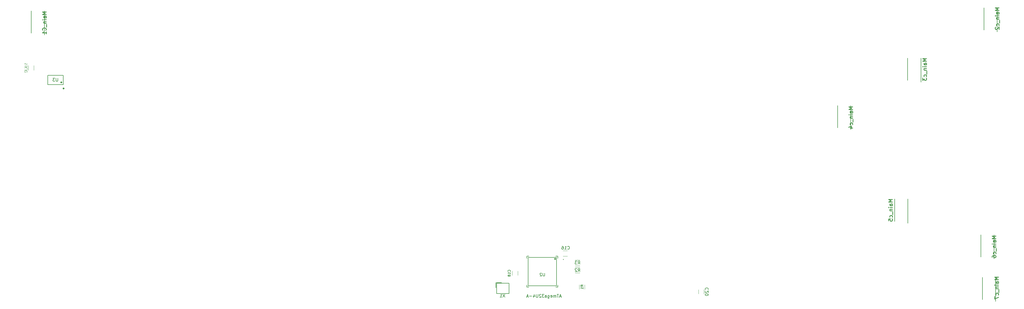
<source format=gbr>
%TF.GenerationSoftware,KiCad,Pcbnew,9.0.2*%
%TF.CreationDate,2025-07-03T22:06:11+05:30*%
%TF.ProjectId,KeeBoard,4b656542-6f61-4726-942e-6b696361645f,rev?*%
%TF.SameCoordinates,Original*%
%TF.FileFunction,Legend,Bot*%
%TF.FilePolarity,Positive*%
%FSLAX46Y46*%
G04 Gerber Fmt 4.6, Leading zero omitted, Abs format (unit mm)*
G04 Created by KiCad (PCBNEW 9.0.2) date 2025-07-03 22:06:11*
%MOMM*%
%LPD*%
G01*
G04 APERTURE LIST*
%ADD10C,0.150000*%
%ADD11C,0.254000*%
%ADD12C,0.125000*%
%ADD13C,0.152500*%
%ADD14C,0.300000*%
%ADD15C,0.200000*%
%ADD16C,0.120000*%
G04 APERTURE END LIST*
D10*
X26566904Y-46527319D02*
X26566904Y-47336842D01*
X26566904Y-47336842D02*
X26519285Y-47432080D01*
X26519285Y-47432080D02*
X26471666Y-47479700D01*
X26471666Y-47479700D02*
X26376428Y-47527319D01*
X26376428Y-47527319D02*
X26185952Y-47527319D01*
X26185952Y-47527319D02*
X26090714Y-47479700D01*
X26090714Y-47479700D02*
X26043095Y-47432080D01*
X26043095Y-47432080D02*
X25995476Y-47336842D01*
X25995476Y-47336842D02*
X25995476Y-46527319D01*
X25614523Y-46527319D02*
X24995476Y-46527319D01*
X24995476Y-46527319D02*
X25328809Y-46908271D01*
X25328809Y-46908271D02*
X25185952Y-46908271D01*
X25185952Y-46908271D02*
X25090714Y-46955890D01*
X25090714Y-46955890D02*
X25043095Y-47003509D01*
X25043095Y-47003509D02*
X24995476Y-47098747D01*
X24995476Y-47098747D02*
X24995476Y-47336842D01*
X24995476Y-47336842D02*
X25043095Y-47432080D01*
X25043095Y-47432080D02*
X25090714Y-47479700D01*
X25090714Y-47479700D02*
X25185952Y-47527319D01*
X25185952Y-47527319D02*
X25471666Y-47527319D01*
X25471666Y-47527319D02*
X25566904Y-47479700D01*
X25566904Y-47479700D02*
X25614523Y-47432080D01*
D11*
X334249318Y-98292380D02*
X332979318Y-98292380D01*
X332979318Y-98292380D02*
X333886461Y-98715714D01*
X333886461Y-98715714D02*
X332979318Y-99139047D01*
X332979318Y-99139047D02*
X334249318Y-99139047D01*
X334249318Y-100288095D02*
X333584080Y-100288095D01*
X333584080Y-100288095D02*
X333463127Y-100227619D01*
X333463127Y-100227619D02*
X333402651Y-100106667D01*
X333402651Y-100106667D02*
X333402651Y-99864762D01*
X333402651Y-99864762D02*
X333463127Y-99743809D01*
X334188842Y-100288095D02*
X334249318Y-100167143D01*
X334249318Y-100167143D02*
X334249318Y-99864762D01*
X334249318Y-99864762D02*
X334188842Y-99743809D01*
X334188842Y-99743809D02*
X334067889Y-99683333D01*
X334067889Y-99683333D02*
X333946937Y-99683333D01*
X333946937Y-99683333D02*
X333825984Y-99743809D01*
X333825984Y-99743809D02*
X333765508Y-99864762D01*
X333765508Y-99864762D02*
X333765508Y-100167143D01*
X333765508Y-100167143D02*
X333705032Y-100288095D01*
X334249318Y-100892857D02*
X333402651Y-100892857D01*
X332979318Y-100892857D02*
X333039794Y-100832381D01*
X333039794Y-100832381D02*
X333100270Y-100892857D01*
X333100270Y-100892857D02*
X333039794Y-100953334D01*
X333039794Y-100953334D02*
X332979318Y-100892857D01*
X332979318Y-100892857D02*
X333100270Y-100892857D01*
X333402651Y-101497619D02*
X334249318Y-101497619D01*
X333523603Y-101497619D02*
X333463127Y-101558096D01*
X333463127Y-101558096D02*
X333402651Y-101679048D01*
X333402651Y-101679048D02*
X333402651Y-101860477D01*
X333402651Y-101860477D02*
X333463127Y-101981429D01*
X333463127Y-101981429D02*
X333584080Y-102041905D01*
X333584080Y-102041905D02*
X334249318Y-102041905D01*
X334370270Y-102344287D02*
X334370270Y-103311906D01*
X334188842Y-104158572D02*
X334249318Y-104037620D01*
X334249318Y-104037620D02*
X334249318Y-103795715D01*
X334249318Y-103795715D02*
X334188842Y-103674763D01*
X334188842Y-103674763D02*
X334128365Y-103614286D01*
X334128365Y-103614286D02*
X334007413Y-103553810D01*
X334007413Y-103553810D02*
X333644556Y-103553810D01*
X333644556Y-103553810D02*
X333523603Y-103614286D01*
X333523603Y-103614286D02*
X333463127Y-103674763D01*
X333463127Y-103674763D02*
X333402651Y-103795715D01*
X333402651Y-103795715D02*
X333402651Y-104037620D01*
X333402651Y-104037620D02*
X333463127Y-104158572D01*
X332979318Y-105247143D02*
X332979318Y-105005238D01*
X332979318Y-105005238D02*
X333039794Y-104884286D01*
X333039794Y-104884286D02*
X333100270Y-104823810D01*
X333100270Y-104823810D02*
X333281699Y-104702857D01*
X333281699Y-104702857D02*
X333523603Y-104642381D01*
X333523603Y-104642381D02*
X334007413Y-104642381D01*
X334007413Y-104642381D02*
X334128365Y-104702857D01*
X334128365Y-104702857D02*
X334188842Y-104763334D01*
X334188842Y-104763334D02*
X334249318Y-104884286D01*
X334249318Y-104884286D02*
X334249318Y-105126191D01*
X334249318Y-105126191D02*
X334188842Y-105247143D01*
X334188842Y-105247143D02*
X334128365Y-105307619D01*
X334128365Y-105307619D02*
X334007413Y-105368096D01*
X334007413Y-105368096D02*
X333705032Y-105368096D01*
X333705032Y-105368096D02*
X333584080Y-105307619D01*
X333584080Y-105307619D02*
X333523603Y-105247143D01*
X333523603Y-105247143D02*
X333463127Y-105126191D01*
X333463127Y-105126191D02*
X333463127Y-104884286D01*
X333463127Y-104884286D02*
X333523603Y-104763334D01*
X333523603Y-104763334D02*
X333584080Y-104702857D01*
X333584080Y-104702857D02*
X333705032Y-104642381D01*
X287249318Y-55892380D02*
X285979318Y-55892380D01*
X285979318Y-55892380D02*
X286886461Y-56315714D01*
X286886461Y-56315714D02*
X285979318Y-56739047D01*
X285979318Y-56739047D02*
X287249318Y-56739047D01*
X287249318Y-57888095D02*
X286584080Y-57888095D01*
X286584080Y-57888095D02*
X286463127Y-57827619D01*
X286463127Y-57827619D02*
X286402651Y-57706667D01*
X286402651Y-57706667D02*
X286402651Y-57464762D01*
X286402651Y-57464762D02*
X286463127Y-57343809D01*
X287188842Y-57888095D02*
X287249318Y-57767143D01*
X287249318Y-57767143D02*
X287249318Y-57464762D01*
X287249318Y-57464762D02*
X287188842Y-57343809D01*
X287188842Y-57343809D02*
X287067889Y-57283333D01*
X287067889Y-57283333D02*
X286946937Y-57283333D01*
X286946937Y-57283333D02*
X286825984Y-57343809D01*
X286825984Y-57343809D02*
X286765508Y-57464762D01*
X286765508Y-57464762D02*
X286765508Y-57767143D01*
X286765508Y-57767143D02*
X286705032Y-57888095D01*
X287249318Y-58492857D02*
X286402651Y-58492857D01*
X285979318Y-58492857D02*
X286039794Y-58432381D01*
X286039794Y-58432381D02*
X286100270Y-58492857D01*
X286100270Y-58492857D02*
X286039794Y-58553334D01*
X286039794Y-58553334D02*
X285979318Y-58492857D01*
X285979318Y-58492857D02*
X286100270Y-58492857D01*
X286402651Y-59097619D02*
X287249318Y-59097619D01*
X286523603Y-59097619D02*
X286463127Y-59158096D01*
X286463127Y-59158096D02*
X286402651Y-59279048D01*
X286402651Y-59279048D02*
X286402651Y-59460477D01*
X286402651Y-59460477D02*
X286463127Y-59581429D01*
X286463127Y-59581429D02*
X286584080Y-59641905D01*
X286584080Y-59641905D02*
X287249318Y-59641905D01*
X287370270Y-59944287D02*
X287370270Y-60911906D01*
X287188842Y-61758572D02*
X287249318Y-61637620D01*
X287249318Y-61637620D02*
X287249318Y-61395715D01*
X287249318Y-61395715D02*
X287188842Y-61274763D01*
X287188842Y-61274763D02*
X287128365Y-61214286D01*
X287128365Y-61214286D02*
X287007413Y-61153810D01*
X287007413Y-61153810D02*
X286644556Y-61153810D01*
X286644556Y-61153810D02*
X286523603Y-61214286D01*
X286523603Y-61214286D02*
X286463127Y-61274763D01*
X286463127Y-61274763D02*
X286402651Y-61395715D01*
X286402651Y-61395715D02*
X286402651Y-61637620D01*
X286402651Y-61637620D02*
X286463127Y-61758572D01*
X286402651Y-62847143D02*
X287249318Y-62847143D01*
X285918842Y-62544762D02*
X286825984Y-62242381D01*
X286825984Y-62242381D02*
X286825984Y-63028572D01*
D12*
X15663595Y-41933334D02*
X15663595Y-41695239D01*
X15663595Y-41695239D02*
X16044547Y-41671430D01*
X16044547Y-41671430D02*
X16006452Y-41695239D01*
X16006452Y-41695239D02*
X15968357Y-41742858D01*
X15968357Y-41742858D02*
X15968357Y-41861906D01*
X15968357Y-41861906D02*
X16006452Y-41909525D01*
X16006452Y-41909525D02*
X16044547Y-41933334D01*
X16044547Y-41933334D02*
X16120738Y-41957144D01*
X16120738Y-41957144D02*
X16311214Y-41957144D01*
X16311214Y-41957144D02*
X16387404Y-41933334D01*
X16387404Y-41933334D02*
X16425500Y-41909525D01*
X16425500Y-41909525D02*
X16463595Y-41861906D01*
X16463595Y-41861906D02*
X16463595Y-41742858D01*
X16463595Y-41742858D02*
X16425500Y-41695239D01*
X16425500Y-41695239D02*
X16387404Y-41671430D01*
X16387404Y-42171429D02*
X16425500Y-42195239D01*
X16425500Y-42195239D02*
X16463595Y-42171429D01*
X16463595Y-42171429D02*
X16425500Y-42147620D01*
X16425500Y-42147620D02*
X16387404Y-42171429D01*
X16387404Y-42171429D02*
X16463595Y-42171429D01*
X16463595Y-42671429D02*
X16463595Y-42385715D01*
X16463595Y-42528572D02*
X15663595Y-42528572D01*
X15663595Y-42528572D02*
X15777880Y-42480953D01*
X15777880Y-42480953D02*
X15854071Y-42433334D01*
X15854071Y-42433334D02*
X15892166Y-42385715D01*
X16463595Y-42885714D02*
X15663595Y-42885714D01*
X16463595Y-43171428D02*
X16006452Y-42957143D01*
X15663595Y-43171428D02*
X16120738Y-42885714D01*
X16539785Y-43266667D02*
X16539785Y-43647619D01*
X16463595Y-44052380D02*
X16082642Y-43885714D01*
X16463595Y-43766666D02*
X15663595Y-43766666D01*
X15663595Y-43766666D02*
X15663595Y-43957142D01*
X15663595Y-43957142D02*
X15701690Y-44004761D01*
X15701690Y-44004761D02*
X15739785Y-44028571D01*
X15739785Y-44028571D02*
X15815976Y-44052380D01*
X15815976Y-44052380D02*
X15930261Y-44052380D01*
X15930261Y-44052380D02*
X16006452Y-44028571D01*
X16006452Y-44028571D02*
X16044547Y-44004761D01*
X16044547Y-44004761D02*
X16082642Y-43957142D01*
X16082642Y-43957142D02*
X16082642Y-43766666D01*
X15739785Y-44242857D02*
X15701690Y-44266666D01*
X15701690Y-44266666D02*
X15663595Y-44314285D01*
X15663595Y-44314285D02*
X15663595Y-44433333D01*
X15663595Y-44433333D02*
X15701690Y-44480952D01*
X15701690Y-44480952D02*
X15739785Y-44504761D01*
X15739785Y-44504761D02*
X15815976Y-44528571D01*
X15815976Y-44528571D02*
X15892166Y-44528571D01*
X15892166Y-44528571D02*
X16006452Y-44504761D01*
X16006452Y-44504761D02*
X16463595Y-44219047D01*
X16463595Y-44219047D02*
X16463595Y-44528571D01*
D10*
X193742857Y-102559580D02*
X193790476Y-102607200D01*
X193790476Y-102607200D02*
X193933333Y-102654819D01*
X193933333Y-102654819D02*
X194028571Y-102654819D01*
X194028571Y-102654819D02*
X194171428Y-102607200D01*
X194171428Y-102607200D02*
X194266666Y-102511961D01*
X194266666Y-102511961D02*
X194314285Y-102416723D01*
X194314285Y-102416723D02*
X194361904Y-102226247D01*
X194361904Y-102226247D02*
X194361904Y-102083390D01*
X194361904Y-102083390D02*
X194314285Y-101892914D01*
X194314285Y-101892914D02*
X194266666Y-101797676D01*
X194266666Y-101797676D02*
X194171428Y-101702438D01*
X194171428Y-101702438D02*
X194028571Y-101654819D01*
X194028571Y-101654819D02*
X193933333Y-101654819D01*
X193933333Y-101654819D02*
X193790476Y-101702438D01*
X193790476Y-101702438D02*
X193742857Y-101750057D01*
X192790476Y-102654819D02*
X193361904Y-102654819D01*
X193076190Y-102654819D02*
X193076190Y-101654819D01*
X193076190Y-101654819D02*
X193171428Y-101797676D01*
X193171428Y-101797676D02*
X193266666Y-101892914D01*
X193266666Y-101892914D02*
X193361904Y-101940533D01*
X191933333Y-101654819D02*
X192123809Y-101654819D01*
X192123809Y-101654819D02*
X192219047Y-101702438D01*
X192219047Y-101702438D02*
X192266666Y-101750057D01*
X192266666Y-101750057D02*
X192361904Y-101892914D01*
X192361904Y-101892914D02*
X192409523Y-102083390D01*
X192409523Y-102083390D02*
X192409523Y-102464342D01*
X192409523Y-102464342D02*
X192361904Y-102559580D01*
X192361904Y-102559580D02*
X192314285Y-102607200D01*
X192314285Y-102607200D02*
X192219047Y-102654819D01*
X192219047Y-102654819D02*
X192028571Y-102654819D01*
X192028571Y-102654819D02*
X191933333Y-102607200D01*
X191933333Y-102607200D02*
X191885714Y-102559580D01*
X191885714Y-102559580D02*
X191838095Y-102464342D01*
X191838095Y-102464342D02*
X191838095Y-102226247D01*
X191838095Y-102226247D02*
X191885714Y-102131009D01*
X191885714Y-102131009D02*
X191933333Y-102083390D01*
X191933333Y-102083390D02*
X192028571Y-102035771D01*
X192028571Y-102035771D02*
X192219047Y-102035771D01*
X192219047Y-102035771D02*
X192314285Y-102083390D01*
X192314285Y-102083390D02*
X192361904Y-102131009D01*
X192361904Y-102131009D02*
X192409523Y-102226247D01*
X198862295Y-114866667D02*
X198481342Y-114600000D01*
X198862295Y-114409524D02*
X198062295Y-114409524D01*
X198062295Y-114409524D02*
X198062295Y-114714286D01*
X198062295Y-114714286D02*
X198100390Y-114790476D01*
X198100390Y-114790476D02*
X198138485Y-114828571D01*
X198138485Y-114828571D02*
X198214676Y-114866667D01*
X198214676Y-114866667D02*
X198328961Y-114866667D01*
X198328961Y-114866667D02*
X198405152Y-114828571D01*
X198405152Y-114828571D02*
X198443247Y-114790476D01*
X198443247Y-114790476D02*
X198481342Y-114714286D01*
X198481342Y-114714286D02*
X198481342Y-114409524D01*
X198862295Y-115628571D02*
X198862295Y-115171428D01*
X198862295Y-115400000D02*
X198062295Y-115400000D01*
X198062295Y-115400000D02*
X198176580Y-115323809D01*
X198176580Y-115323809D02*
X198252771Y-115247619D01*
X198252771Y-115247619D02*
X198290866Y-115171428D01*
X239809580Y-115957142D02*
X239857200Y-115909523D01*
X239857200Y-115909523D02*
X239904819Y-115766666D01*
X239904819Y-115766666D02*
X239904819Y-115671428D01*
X239904819Y-115671428D02*
X239857200Y-115528571D01*
X239857200Y-115528571D02*
X239761961Y-115433333D01*
X239761961Y-115433333D02*
X239666723Y-115385714D01*
X239666723Y-115385714D02*
X239476247Y-115338095D01*
X239476247Y-115338095D02*
X239333390Y-115338095D01*
X239333390Y-115338095D02*
X239142914Y-115385714D01*
X239142914Y-115385714D02*
X239047676Y-115433333D01*
X239047676Y-115433333D02*
X238952438Y-115528571D01*
X238952438Y-115528571D02*
X238904819Y-115671428D01*
X238904819Y-115671428D02*
X238904819Y-115766666D01*
X238904819Y-115766666D02*
X238952438Y-115909523D01*
X238952438Y-115909523D02*
X239000057Y-115957142D01*
X239000057Y-116338095D02*
X238952438Y-116385714D01*
X238952438Y-116385714D02*
X238904819Y-116480952D01*
X238904819Y-116480952D02*
X238904819Y-116719047D01*
X238904819Y-116719047D02*
X238952438Y-116814285D01*
X238952438Y-116814285D02*
X239000057Y-116861904D01*
X239000057Y-116861904D02*
X239095295Y-116909523D01*
X239095295Y-116909523D02*
X239190533Y-116909523D01*
X239190533Y-116909523D02*
X239333390Y-116861904D01*
X239333390Y-116861904D02*
X239904819Y-116290476D01*
X239904819Y-116290476D02*
X239904819Y-116909523D01*
X238904819Y-117528571D02*
X238904819Y-117623809D01*
X238904819Y-117623809D02*
X238952438Y-117719047D01*
X238952438Y-117719047D02*
X239000057Y-117766666D01*
X239000057Y-117766666D02*
X239095295Y-117814285D01*
X239095295Y-117814285D02*
X239285771Y-117861904D01*
X239285771Y-117861904D02*
X239523866Y-117861904D01*
X239523866Y-117861904D02*
X239714342Y-117814285D01*
X239714342Y-117814285D02*
X239809580Y-117766666D01*
X239809580Y-117766666D02*
X239857200Y-117719047D01*
X239857200Y-117719047D02*
X239904819Y-117623809D01*
X239904819Y-117623809D02*
X239904819Y-117528571D01*
X239904819Y-117528571D02*
X239857200Y-117433333D01*
X239857200Y-117433333D02*
X239809580Y-117385714D01*
X239809580Y-117385714D02*
X239714342Y-117338095D01*
X239714342Y-117338095D02*
X239523866Y-117290476D01*
X239523866Y-117290476D02*
X239285771Y-117290476D01*
X239285771Y-117290476D02*
X239095295Y-117338095D01*
X239095295Y-117338095D02*
X239000057Y-117385714D01*
X239000057Y-117385714D02*
X238952438Y-117433333D01*
X238952438Y-117433333D02*
X238904819Y-117528571D01*
X186261904Y-110454819D02*
X186261904Y-111264342D01*
X186261904Y-111264342D02*
X186214285Y-111359580D01*
X186214285Y-111359580D02*
X186166666Y-111407200D01*
X186166666Y-111407200D02*
X186071428Y-111454819D01*
X186071428Y-111454819D02*
X185880952Y-111454819D01*
X185880952Y-111454819D02*
X185785714Y-111407200D01*
X185785714Y-111407200D02*
X185738095Y-111359580D01*
X185738095Y-111359580D02*
X185690476Y-111264342D01*
X185690476Y-111264342D02*
X185690476Y-110454819D01*
X185261904Y-110550057D02*
X185214285Y-110502438D01*
X185214285Y-110502438D02*
X185119047Y-110454819D01*
X185119047Y-110454819D02*
X184880952Y-110454819D01*
X184880952Y-110454819D02*
X184785714Y-110502438D01*
X184785714Y-110502438D02*
X184738095Y-110550057D01*
X184738095Y-110550057D02*
X184690476Y-110645295D01*
X184690476Y-110645295D02*
X184690476Y-110740533D01*
X184690476Y-110740533D02*
X184738095Y-110883390D01*
X184738095Y-110883390D02*
X185309523Y-111454819D01*
X185309523Y-111454819D02*
X184690476Y-111454819D01*
X191619047Y-118169104D02*
X191142857Y-118169104D01*
X191714285Y-118454819D02*
X191380952Y-117454819D01*
X191380952Y-117454819D02*
X191047619Y-118454819D01*
X190857142Y-117454819D02*
X190285714Y-117454819D01*
X190571428Y-118454819D02*
X190571428Y-117454819D01*
X189952380Y-118454819D02*
X189952380Y-117788152D01*
X189952380Y-117883390D02*
X189904761Y-117835771D01*
X189904761Y-117835771D02*
X189809523Y-117788152D01*
X189809523Y-117788152D02*
X189666666Y-117788152D01*
X189666666Y-117788152D02*
X189571428Y-117835771D01*
X189571428Y-117835771D02*
X189523809Y-117931009D01*
X189523809Y-117931009D02*
X189523809Y-118454819D01*
X189523809Y-117931009D02*
X189476190Y-117835771D01*
X189476190Y-117835771D02*
X189380952Y-117788152D01*
X189380952Y-117788152D02*
X189238095Y-117788152D01*
X189238095Y-117788152D02*
X189142856Y-117835771D01*
X189142856Y-117835771D02*
X189095237Y-117931009D01*
X189095237Y-117931009D02*
X189095237Y-118454819D01*
X188238095Y-118407200D02*
X188333333Y-118454819D01*
X188333333Y-118454819D02*
X188523809Y-118454819D01*
X188523809Y-118454819D02*
X188619047Y-118407200D01*
X188619047Y-118407200D02*
X188666666Y-118311961D01*
X188666666Y-118311961D02*
X188666666Y-117931009D01*
X188666666Y-117931009D02*
X188619047Y-117835771D01*
X188619047Y-117835771D02*
X188523809Y-117788152D01*
X188523809Y-117788152D02*
X188333333Y-117788152D01*
X188333333Y-117788152D02*
X188238095Y-117835771D01*
X188238095Y-117835771D02*
X188190476Y-117931009D01*
X188190476Y-117931009D02*
X188190476Y-118026247D01*
X188190476Y-118026247D02*
X188666666Y-118121485D01*
X187333333Y-117788152D02*
X187333333Y-118597676D01*
X187333333Y-118597676D02*
X187380952Y-118692914D01*
X187380952Y-118692914D02*
X187428571Y-118740533D01*
X187428571Y-118740533D02*
X187523809Y-118788152D01*
X187523809Y-118788152D02*
X187666666Y-118788152D01*
X187666666Y-118788152D02*
X187761904Y-118740533D01*
X187333333Y-118407200D02*
X187428571Y-118454819D01*
X187428571Y-118454819D02*
X187619047Y-118454819D01*
X187619047Y-118454819D02*
X187714285Y-118407200D01*
X187714285Y-118407200D02*
X187761904Y-118359580D01*
X187761904Y-118359580D02*
X187809523Y-118264342D01*
X187809523Y-118264342D02*
X187809523Y-117978628D01*
X187809523Y-117978628D02*
X187761904Y-117883390D01*
X187761904Y-117883390D02*
X187714285Y-117835771D01*
X187714285Y-117835771D02*
X187619047Y-117788152D01*
X187619047Y-117788152D02*
X187428571Y-117788152D01*
X187428571Y-117788152D02*
X187333333Y-117835771D01*
X186428571Y-118454819D02*
X186428571Y-117931009D01*
X186428571Y-117931009D02*
X186476190Y-117835771D01*
X186476190Y-117835771D02*
X186571428Y-117788152D01*
X186571428Y-117788152D02*
X186761904Y-117788152D01*
X186761904Y-117788152D02*
X186857142Y-117835771D01*
X186428571Y-118407200D02*
X186523809Y-118454819D01*
X186523809Y-118454819D02*
X186761904Y-118454819D01*
X186761904Y-118454819D02*
X186857142Y-118407200D01*
X186857142Y-118407200D02*
X186904761Y-118311961D01*
X186904761Y-118311961D02*
X186904761Y-118216723D01*
X186904761Y-118216723D02*
X186857142Y-118121485D01*
X186857142Y-118121485D02*
X186761904Y-118073866D01*
X186761904Y-118073866D02*
X186523809Y-118073866D01*
X186523809Y-118073866D02*
X186428571Y-118026247D01*
X186047618Y-117454819D02*
X185428571Y-117454819D01*
X185428571Y-117454819D02*
X185761904Y-117835771D01*
X185761904Y-117835771D02*
X185619047Y-117835771D01*
X185619047Y-117835771D02*
X185523809Y-117883390D01*
X185523809Y-117883390D02*
X185476190Y-117931009D01*
X185476190Y-117931009D02*
X185428571Y-118026247D01*
X185428571Y-118026247D02*
X185428571Y-118264342D01*
X185428571Y-118264342D02*
X185476190Y-118359580D01*
X185476190Y-118359580D02*
X185523809Y-118407200D01*
X185523809Y-118407200D02*
X185619047Y-118454819D01*
X185619047Y-118454819D02*
X185904761Y-118454819D01*
X185904761Y-118454819D02*
X185999999Y-118407200D01*
X185999999Y-118407200D02*
X186047618Y-118359580D01*
X185047618Y-117550057D02*
X184999999Y-117502438D01*
X184999999Y-117502438D02*
X184904761Y-117454819D01*
X184904761Y-117454819D02*
X184666666Y-117454819D01*
X184666666Y-117454819D02*
X184571428Y-117502438D01*
X184571428Y-117502438D02*
X184523809Y-117550057D01*
X184523809Y-117550057D02*
X184476190Y-117645295D01*
X184476190Y-117645295D02*
X184476190Y-117740533D01*
X184476190Y-117740533D02*
X184523809Y-117883390D01*
X184523809Y-117883390D02*
X185095237Y-118454819D01*
X185095237Y-118454819D02*
X184476190Y-118454819D01*
X184047618Y-117454819D02*
X184047618Y-118264342D01*
X184047618Y-118264342D02*
X183999999Y-118359580D01*
X183999999Y-118359580D02*
X183952380Y-118407200D01*
X183952380Y-118407200D02*
X183857142Y-118454819D01*
X183857142Y-118454819D02*
X183666666Y-118454819D01*
X183666666Y-118454819D02*
X183571428Y-118407200D01*
X183571428Y-118407200D02*
X183523809Y-118359580D01*
X183523809Y-118359580D02*
X183476190Y-118264342D01*
X183476190Y-118264342D02*
X183476190Y-117454819D01*
X182571428Y-117788152D02*
X182571428Y-118454819D01*
X182809523Y-117407200D02*
X183047618Y-118121485D01*
X183047618Y-118121485D02*
X182428571Y-118121485D01*
X182047618Y-118073866D02*
X181285714Y-118073866D01*
X180857142Y-118169104D02*
X180380952Y-118169104D01*
X180952380Y-118454819D02*
X180619047Y-117454819D01*
X180619047Y-117454819D02*
X180285714Y-118454819D01*
D11*
X311474318Y-40092380D02*
X310204318Y-40092380D01*
X310204318Y-40092380D02*
X311111461Y-40515714D01*
X311111461Y-40515714D02*
X310204318Y-40939047D01*
X310204318Y-40939047D02*
X311474318Y-40939047D01*
X311474318Y-42088095D02*
X310809080Y-42088095D01*
X310809080Y-42088095D02*
X310688127Y-42027619D01*
X310688127Y-42027619D02*
X310627651Y-41906667D01*
X310627651Y-41906667D02*
X310627651Y-41664762D01*
X310627651Y-41664762D02*
X310688127Y-41543809D01*
X311413842Y-42088095D02*
X311474318Y-41967143D01*
X311474318Y-41967143D02*
X311474318Y-41664762D01*
X311474318Y-41664762D02*
X311413842Y-41543809D01*
X311413842Y-41543809D02*
X311292889Y-41483333D01*
X311292889Y-41483333D02*
X311171937Y-41483333D01*
X311171937Y-41483333D02*
X311050984Y-41543809D01*
X311050984Y-41543809D02*
X310990508Y-41664762D01*
X310990508Y-41664762D02*
X310990508Y-41967143D01*
X310990508Y-41967143D02*
X310930032Y-42088095D01*
X311474318Y-42692857D02*
X310627651Y-42692857D01*
X310204318Y-42692857D02*
X310264794Y-42632381D01*
X310264794Y-42632381D02*
X310325270Y-42692857D01*
X310325270Y-42692857D02*
X310264794Y-42753334D01*
X310264794Y-42753334D02*
X310204318Y-42692857D01*
X310204318Y-42692857D02*
X310325270Y-42692857D01*
X310627651Y-43297619D02*
X311474318Y-43297619D01*
X310748603Y-43297619D02*
X310688127Y-43358096D01*
X310688127Y-43358096D02*
X310627651Y-43479048D01*
X310627651Y-43479048D02*
X310627651Y-43660477D01*
X310627651Y-43660477D02*
X310688127Y-43781429D01*
X310688127Y-43781429D02*
X310809080Y-43841905D01*
X310809080Y-43841905D02*
X311474318Y-43841905D01*
X311595270Y-44144287D02*
X311595270Y-45111906D01*
X311413842Y-45958572D02*
X311474318Y-45837620D01*
X311474318Y-45837620D02*
X311474318Y-45595715D01*
X311474318Y-45595715D02*
X311413842Y-45474763D01*
X311413842Y-45474763D02*
X311353365Y-45414286D01*
X311353365Y-45414286D02*
X311232413Y-45353810D01*
X311232413Y-45353810D02*
X310869556Y-45353810D01*
X310869556Y-45353810D02*
X310748603Y-45414286D01*
X310748603Y-45414286D02*
X310688127Y-45474763D01*
X310688127Y-45474763D02*
X310627651Y-45595715D01*
X310627651Y-45595715D02*
X310627651Y-45837620D01*
X310627651Y-45837620D02*
X310688127Y-45958572D01*
X310204318Y-46381905D02*
X310204318Y-47168096D01*
X310204318Y-47168096D02*
X310688127Y-46744762D01*
X310688127Y-46744762D02*
X310688127Y-46926191D01*
X310688127Y-46926191D02*
X310748603Y-47047143D01*
X310748603Y-47047143D02*
X310809080Y-47107619D01*
X310809080Y-47107619D02*
X310930032Y-47168096D01*
X310930032Y-47168096D02*
X311232413Y-47168096D01*
X311232413Y-47168096D02*
X311353365Y-47107619D01*
X311353365Y-47107619D02*
X311413842Y-47047143D01*
X311413842Y-47047143D02*
X311474318Y-46926191D01*
X311474318Y-46926191D02*
X311474318Y-46563334D01*
X311474318Y-46563334D02*
X311413842Y-46442381D01*
X311413842Y-46442381D02*
X311353365Y-46381905D01*
D10*
X173195273Y-117409569D02*
X172528607Y-118409569D01*
X172528607Y-117409569D02*
X173195273Y-118409569D01*
X171623845Y-118409569D02*
X172195273Y-118409569D01*
X171909559Y-118409569D02*
X171909559Y-117409569D01*
X171909559Y-117409569D02*
X172004797Y-117552426D01*
X172004797Y-117552426D02*
X172100035Y-117647664D01*
X172100035Y-117647664D02*
X172195273Y-117695283D01*
D11*
X300274318Y-86292380D02*
X299004318Y-86292380D01*
X299004318Y-86292380D02*
X299911461Y-86715714D01*
X299911461Y-86715714D02*
X299004318Y-87139047D01*
X299004318Y-87139047D02*
X300274318Y-87139047D01*
X300274318Y-88288095D02*
X299609080Y-88288095D01*
X299609080Y-88288095D02*
X299488127Y-88227619D01*
X299488127Y-88227619D02*
X299427651Y-88106667D01*
X299427651Y-88106667D02*
X299427651Y-87864762D01*
X299427651Y-87864762D02*
X299488127Y-87743809D01*
X300213842Y-88288095D02*
X300274318Y-88167143D01*
X300274318Y-88167143D02*
X300274318Y-87864762D01*
X300274318Y-87864762D02*
X300213842Y-87743809D01*
X300213842Y-87743809D02*
X300092889Y-87683333D01*
X300092889Y-87683333D02*
X299971937Y-87683333D01*
X299971937Y-87683333D02*
X299850984Y-87743809D01*
X299850984Y-87743809D02*
X299790508Y-87864762D01*
X299790508Y-87864762D02*
X299790508Y-88167143D01*
X299790508Y-88167143D02*
X299730032Y-88288095D01*
X300274318Y-88892857D02*
X299427651Y-88892857D01*
X299004318Y-88892857D02*
X299064794Y-88832381D01*
X299064794Y-88832381D02*
X299125270Y-88892857D01*
X299125270Y-88892857D02*
X299064794Y-88953334D01*
X299064794Y-88953334D02*
X299004318Y-88892857D01*
X299004318Y-88892857D02*
X299125270Y-88892857D01*
X299427651Y-89497619D02*
X300274318Y-89497619D01*
X299548603Y-89497619D02*
X299488127Y-89558096D01*
X299488127Y-89558096D02*
X299427651Y-89679048D01*
X299427651Y-89679048D02*
X299427651Y-89860477D01*
X299427651Y-89860477D02*
X299488127Y-89981429D01*
X299488127Y-89981429D02*
X299609080Y-90041905D01*
X299609080Y-90041905D02*
X300274318Y-90041905D01*
X300395270Y-90344287D02*
X300395270Y-91311906D01*
X300213842Y-92158572D02*
X300274318Y-92037620D01*
X300274318Y-92037620D02*
X300274318Y-91795715D01*
X300274318Y-91795715D02*
X300213842Y-91674763D01*
X300213842Y-91674763D02*
X300153365Y-91614286D01*
X300153365Y-91614286D02*
X300032413Y-91553810D01*
X300032413Y-91553810D02*
X299669556Y-91553810D01*
X299669556Y-91553810D02*
X299548603Y-91614286D01*
X299548603Y-91614286D02*
X299488127Y-91674763D01*
X299488127Y-91674763D02*
X299427651Y-91795715D01*
X299427651Y-91795715D02*
X299427651Y-92037620D01*
X299427651Y-92037620D02*
X299488127Y-92158572D01*
X299004318Y-93307619D02*
X299004318Y-92702857D01*
X299004318Y-92702857D02*
X299609080Y-92642381D01*
X299609080Y-92642381D02*
X299548603Y-92702857D01*
X299548603Y-92702857D02*
X299488127Y-92823810D01*
X299488127Y-92823810D02*
X299488127Y-93126191D01*
X299488127Y-93126191D02*
X299548603Y-93247143D01*
X299548603Y-93247143D02*
X299609080Y-93307619D01*
X299609080Y-93307619D02*
X299730032Y-93368096D01*
X299730032Y-93368096D02*
X300032413Y-93368096D01*
X300032413Y-93368096D02*
X300153365Y-93307619D01*
X300153365Y-93307619D02*
X300213842Y-93247143D01*
X300213842Y-93247143D02*
X300274318Y-93126191D01*
X300274318Y-93126191D02*
X300274318Y-92823810D01*
X300274318Y-92823810D02*
X300213842Y-92702857D01*
X300213842Y-92702857D02*
X300153365Y-92642381D01*
X335074318Y-111792380D02*
X333804318Y-111792380D01*
X333804318Y-111792380D02*
X334711461Y-112215714D01*
X334711461Y-112215714D02*
X333804318Y-112639047D01*
X333804318Y-112639047D02*
X335074318Y-112639047D01*
X335074318Y-113788095D02*
X334409080Y-113788095D01*
X334409080Y-113788095D02*
X334288127Y-113727619D01*
X334288127Y-113727619D02*
X334227651Y-113606667D01*
X334227651Y-113606667D02*
X334227651Y-113364762D01*
X334227651Y-113364762D02*
X334288127Y-113243809D01*
X335013842Y-113788095D02*
X335074318Y-113667143D01*
X335074318Y-113667143D02*
X335074318Y-113364762D01*
X335074318Y-113364762D02*
X335013842Y-113243809D01*
X335013842Y-113243809D02*
X334892889Y-113183333D01*
X334892889Y-113183333D02*
X334771937Y-113183333D01*
X334771937Y-113183333D02*
X334650984Y-113243809D01*
X334650984Y-113243809D02*
X334590508Y-113364762D01*
X334590508Y-113364762D02*
X334590508Y-113667143D01*
X334590508Y-113667143D02*
X334530032Y-113788095D01*
X335074318Y-114392857D02*
X334227651Y-114392857D01*
X333804318Y-114392857D02*
X333864794Y-114332381D01*
X333864794Y-114332381D02*
X333925270Y-114392857D01*
X333925270Y-114392857D02*
X333864794Y-114453334D01*
X333864794Y-114453334D02*
X333804318Y-114392857D01*
X333804318Y-114392857D02*
X333925270Y-114392857D01*
X334227651Y-114997619D02*
X335074318Y-114997619D01*
X334348603Y-114997619D02*
X334288127Y-115058096D01*
X334288127Y-115058096D02*
X334227651Y-115179048D01*
X334227651Y-115179048D02*
X334227651Y-115360477D01*
X334227651Y-115360477D02*
X334288127Y-115481429D01*
X334288127Y-115481429D02*
X334409080Y-115541905D01*
X334409080Y-115541905D02*
X335074318Y-115541905D01*
X335195270Y-115844287D02*
X335195270Y-116811906D01*
X335013842Y-117658572D02*
X335074318Y-117537620D01*
X335074318Y-117537620D02*
X335074318Y-117295715D01*
X335074318Y-117295715D02*
X335013842Y-117174763D01*
X335013842Y-117174763D02*
X334953365Y-117114286D01*
X334953365Y-117114286D02*
X334832413Y-117053810D01*
X334832413Y-117053810D02*
X334469556Y-117053810D01*
X334469556Y-117053810D02*
X334348603Y-117114286D01*
X334348603Y-117114286D02*
X334288127Y-117174763D01*
X334288127Y-117174763D02*
X334227651Y-117295715D01*
X334227651Y-117295715D02*
X334227651Y-117537620D01*
X334227651Y-117537620D02*
X334288127Y-117658572D01*
X333804318Y-118081905D02*
X333804318Y-118928572D01*
X333804318Y-118928572D02*
X335074318Y-118384286D01*
D10*
X197166666Y-109954819D02*
X197499999Y-109478628D01*
X197738094Y-109954819D02*
X197738094Y-108954819D01*
X197738094Y-108954819D02*
X197357142Y-108954819D01*
X197357142Y-108954819D02*
X197261904Y-109002438D01*
X197261904Y-109002438D02*
X197214285Y-109050057D01*
X197214285Y-109050057D02*
X197166666Y-109145295D01*
X197166666Y-109145295D02*
X197166666Y-109288152D01*
X197166666Y-109288152D02*
X197214285Y-109383390D01*
X197214285Y-109383390D02*
X197261904Y-109431009D01*
X197261904Y-109431009D02*
X197357142Y-109478628D01*
X197357142Y-109478628D02*
X197738094Y-109478628D01*
X196785713Y-109050057D02*
X196738094Y-109002438D01*
X196738094Y-109002438D02*
X196642856Y-108954819D01*
X196642856Y-108954819D02*
X196404761Y-108954819D01*
X196404761Y-108954819D02*
X196309523Y-109002438D01*
X196309523Y-109002438D02*
X196261904Y-109050057D01*
X196261904Y-109050057D02*
X196214285Y-109145295D01*
X196214285Y-109145295D02*
X196214285Y-109240533D01*
X196214285Y-109240533D02*
X196261904Y-109383390D01*
X196261904Y-109383390D02*
X196833332Y-109954819D01*
X196833332Y-109954819D02*
X196214285Y-109954819D01*
D11*
X335274318Y-23392380D02*
X334004318Y-23392380D01*
X334004318Y-23392380D02*
X334911461Y-23815714D01*
X334911461Y-23815714D02*
X334004318Y-24239047D01*
X334004318Y-24239047D02*
X335274318Y-24239047D01*
X335274318Y-25388095D02*
X334609080Y-25388095D01*
X334609080Y-25388095D02*
X334488127Y-25327619D01*
X334488127Y-25327619D02*
X334427651Y-25206667D01*
X334427651Y-25206667D02*
X334427651Y-24964762D01*
X334427651Y-24964762D02*
X334488127Y-24843809D01*
X335213842Y-25388095D02*
X335274318Y-25267143D01*
X335274318Y-25267143D02*
X335274318Y-24964762D01*
X335274318Y-24964762D02*
X335213842Y-24843809D01*
X335213842Y-24843809D02*
X335092889Y-24783333D01*
X335092889Y-24783333D02*
X334971937Y-24783333D01*
X334971937Y-24783333D02*
X334850984Y-24843809D01*
X334850984Y-24843809D02*
X334790508Y-24964762D01*
X334790508Y-24964762D02*
X334790508Y-25267143D01*
X334790508Y-25267143D02*
X334730032Y-25388095D01*
X335274318Y-25992857D02*
X334427651Y-25992857D01*
X334004318Y-25992857D02*
X334064794Y-25932381D01*
X334064794Y-25932381D02*
X334125270Y-25992857D01*
X334125270Y-25992857D02*
X334064794Y-26053334D01*
X334064794Y-26053334D02*
X334004318Y-25992857D01*
X334004318Y-25992857D02*
X334125270Y-25992857D01*
X334427651Y-26597619D02*
X335274318Y-26597619D01*
X334548603Y-26597619D02*
X334488127Y-26658096D01*
X334488127Y-26658096D02*
X334427651Y-26779048D01*
X334427651Y-26779048D02*
X334427651Y-26960477D01*
X334427651Y-26960477D02*
X334488127Y-27081429D01*
X334488127Y-27081429D02*
X334609080Y-27141905D01*
X334609080Y-27141905D02*
X335274318Y-27141905D01*
X335395270Y-27444287D02*
X335395270Y-28411906D01*
X335213842Y-29258572D02*
X335274318Y-29137620D01*
X335274318Y-29137620D02*
X335274318Y-28895715D01*
X335274318Y-28895715D02*
X335213842Y-28774763D01*
X335213842Y-28774763D02*
X335153365Y-28714286D01*
X335153365Y-28714286D02*
X335032413Y-28653810D01*
X335032413Y-28653810D02*
X334669556Y-28653810D01*
X334669556Y-28653810D02*
X334548603Y-28714286D01*
X334548603Y-28714286D02*
X334488127Y-28774763D01*
X334488127Y-28774763D02*
X334427651Y-28895715D01*
X334427651Y-28895715D02*
X334427651Y-29137620D01*
X334427651Y-29137620D02*
X334488127Y-29258572D01*
X334125270Y-29742381D02*
X334064794Y-29802857D01*
X334064794Y-29802857D02*
X334004318Y-29923810D01*
X334004318Y-29923810D02*
X334004318Y-30226191D01*
X334004318Y-30226191D02*
X334064794Y-30347143D01*
X334064794Y-30347143D02*
X334125270Y-30407619D01*
X334125270Y-30407619D02*
X334246222Y-30468096D01*
X334246222Y-30468096D02*
X334367175Y-30468096D01*
X334367175Y-30468096D02*
X334548603Y-30407619D01*
X334548603Y-30407619D02*
X335274318Y-29681905D01*
X335274318Y-29681905D02*
X335274318Y-30468096D01*
D10*
X197166666Y-107554819D02*
X197499999Y-107078628D01*
X197738094Y-107554819D02*
X197738094Y-106554819D01*
X197738094Y-106554819D02*
X197357142Y-106554819D01*
X197357142Y-106554819D02*
X197261904Y-106602438D01*
X197261904Y-106602438D02*
X197214285Y-106650057D01*
X197214285Y-106650057D02*
X197166666Y-106745295D01*
X197166666Y-106745295D02*
X197166666Y-106888152D01*
X197166666Y-106888152D02*
X197214285Y-106983390D01*
X197214285Y-106983390D02*
X197261904Y-107031009D01*
X197261904Y-107031009D02*
X197357142Y-107078628D01*
X197357142Y-107078628D02*
X197738094Y-107078628D01*
X196833332Y-106554819D02*
X196214285Y-106554819D01*
X196214285Y-106554819D02*
X196547618Y-106935771D01*
X196547618Y-106935771D02*
X196404761Y-106935771D01*
X196404761Y-106935771D02*
X196309523Y-106983390D01*
X196309523Y-106983390D02*
X196261904Y-107031009D01*
X196261904Y-107031009D02*
X196214285Y-107126247D01*
X196214285Y-107126247D02*
X196214285Y-107364342D01*
X196214285Y-107364342D02*
X196261904Y-107459580D01*
X196261904Y-107459580D02*
X196309523Y-107507200D01*
X196309523Y-107507200D02*
X196404761Y-107554819D01*
X196404761Y-107554819D02*
X196690475Y-107554819D01*
X196690475Y-107554819D02*
X196785713Y-107507200D01*
X196785713Y-107507200D02*
X196833332Y-107459580D01*
X174936104Y-109985714D02*
X174974200Y-109947618D01*
X174974200Y-109947618D02*
X175012295Y-109833333D01*
X175012295Y-109833333D02*
X175012295Y-109757142D01*
X175012295Y-109757142D02*
X174974200Y-109642856D01*
X174974200Y-109642856D02*
X174898009Y-109566666D01*
X174898009Y-109566666D02*
X174821819Y-109528571D01*
X174821819Y-109528571D02*
X174669438Y-109490475D01*
X174669438Y-109490475D02*
X174555152Y-109490475D01*
X174555152Y-109490475D02*
X174402771Y-109528571D01*
X174402771Y-109528571D02*
X174326580Y-109566666D01*
X174326580Y-109566666D02*
X174250390Y-109642856D01*
X174250390Y-109642856D02*
X174212295Y-109757142D01*
X174212295Y-109757142D02*
X174212295Y-109833333D01*
X174212295Y-109833333D02*
X174250390Y-109947618D01*
X174250390Y-109947618D02*
X174288485Y-109985714D01*
X175012295Y-110747618D02*
X175012295Y-110290475D01*
X175012295Y-110519047D02*
X174212295Y-110519047D01*
X174212295Y-110519047D02*
X174326580Y-110442856D01*
X174326580Y-110442856D02*
X174402771Y-110366666D01*
X174402771Y-110366666D02*
X174440866Y-110290475D01*
X174555152Y-111204761D02*
X174517057Y-111128571D01*
X174517057Y-111128571D02*
X174478961Y-111090476D01*
X174478961Y-111090476D02*
X174402771Y-111052380D01*
X174402771Y-111052380D02*
X174364676Y-111052380D01*
X174364676Y-111052380D02*
X174288485Y-111090476D01*
X174288485Y-111090476D02*
X174250390Y-111128571D01*
X174250390Y-111128571D02*
X174212295Y-111204761D01*
X174212295Y-111204761D02*
X174212295Y-111357142D01*
X174212295Y-111357142D02*
X174250390Y-111433333D01*
X174250390Y-111433333D02*
X174288485Y-111471428D01*
X174288485Y-111471428D02*
X174364676Y-111509523D01*
X174364676Y-111509523D02*
X174402771Y-111509523D01*
X174402771Y-111509523D02*
X174478961Y-111471428D01*
X174478961Y-111471428D02*
X174517057Y-111433333D01*
X174517057Y-111433333D02*
X174555152Y-111357142D01*
X174555152Y-111357142D02*
X174555152Y-111204761D01*
X174555152Y-111204761D02*
X174593247Y-111128571D01*
X174593247Y-111128571D02*
X174631342Y-111090476D01*
X174631342Y-111090476D02*
X174707533Y-111052380D01*
X174707533Y-111052380D02*
X174859914Y-111052380D01*
X174859914Y-111052380D02*
X174936104Y-111090476D01*
X174936104Y-111090476D02*
X174974200Y-111128571D01*
X174974200Y-111128571D02*
X175012295Y-111204761D01*
X175012295Y-111204761D02*
X175012295Y-111357142D01*
X175012295Y-111357142D02*
X174974200Y-111433333D01*
X174974200Y-111433333D02*
X174936104Y-111471428D01*
X174936104Y-111471428D02*
X174859914Y-111509523D01*
X174859914Y-111509523D02*
X174707533Y-111509523D01*
X174707533Y-111509523D02*
X174631342Y-111471428D01*
X174631342Y-111471428D02*
X174593247Y-111433333D01*
X174593247Y-111433333D02*
X174555152Y-111357142D01*
D11*
X22749318Y-24701665D02*
X21479318Y-24701665D01*
X21479318Y-24701665D02*
X22386461Y-25124999D01*
X22386461Y-25124999D02*
X21479318Y-25548332D01*
X21479318Y-25548332D02*
X22749318Y-25548332D01*
X22749318Y-26697380D02*
X22084080Y-26697380D01*
X22084080Y-26697380D02*
X21963127Y-26636904D01*
X21963127Y-26636904D02*
X21902651Y-26515952D01*
X21902651Y-26515952D02*
X21902651Y-26274047D01*
X21902651Y-26274047D02*
X21963127Y-26153094D01*
X22688842Y-26697380D02*
X22749318Y-26576428D01*
X22749318Y-26576428D02*
X22749318Y-26274047D01*
X22749318Y-26274047D02*
X22688842Y-26153094D01*
X22688842Y-26153094D02*
X22567889Y-26092618D01*
X22567889Y-26092618D02*
X22446937Y-26092618D01*
X22446937Y-26092618D02*
X22325984Y-26153094D01*
X22325984Y-26153094D02*
X22265508Y-26274047D01*
X22265508Y-26274047D02*
X22265508Y-26576428D01*
X22265508Y-26576428D02*
X22205032Y-26697380D01*
X22749318Y-27302142D02*
X21902651Y-27302142D01*
X21479318Y-27302142D02*
X21539794Y-27241666D01*
X21539794Y-27241666D02*
X21600270Y-27302142D01*
X21600270Y-27302142D02*
X21539794Y-27362619D01*
X21539794Y-27362619D02*
X21479318Y-27302142D01*
X21479318Y-27302142D02*
X21600270Y-27302142D01*
X21902651Y-27906904D02*
X22749318Y-27906904D01*
X22023603Y-27906904D02*
X21963127Y-27967381D01*
X21963127Y-27967381D02*
X21902651Y-28088333D01*
X21902651Y-28088333D02*
X21902651Y-28269762D01*
X21902651Y-28269762D02*
X21963127Y-28390714D01*
X21963127Y-28390714D02*
X22084080Y-28451190D01*
X22084080Y-28451190D02*
X22749318Y-28451190D01*
X22870270Y-28753572D02*
X22870270Y-29721191D01*
X22628365Y-30749286D02*
X22688842Y-30688810D01*
X22688842Y-30688810D02*
X22749318Y-30507381D01*
X22749318Y-30507381D02*
X22749318Y-30386429D01*
X22749318Y-30386429D02*
X22688842Y-30205000D01*
X22688842Y-30205000D02*
X22567889Y-30084048D01*
X22567889Y-30084048D02*
X22446937Y-30023571D01*
X22446937Y-30023571D02*
X22205032Y-29963095D01*
X22205032Y-29963095D02*
X22023603Y-29963095D01*
X22023603Y-29963095D02*
X21781699Y-30023571D01*
X21781699Y-30023571D02*
X21660746Y-30084048D01*
X21660746Y-30084048D02*
X21539794Y-30205000D01*
X21539794Y-30205000D02*
X21479318Y-30386429D01*
X21479318Y-30386429D02*
X21479318Y-30507381D01*
X21479318Y-30507381D02*
X21539794Y-30688810D01*
X21539794Y-30688810D02*
X21600270Y-30749286D01*
X22749318Y-31958810D02*
X22749318Y-31233095D01*
X22749318Y-31595952D02*
X21479318Y-31595952D01*
X21479318Y-31595952D02*
X21660746Y-31475000D01*
X21660746Y-31475000D02*
X21781699Y-31354048D01*
X21781699Y-31354048D02*
X21842175Y-31233095D01*
D13*
%TO.C,U3*%
X23274000Y-45578500D02*
X23274000Y-48621500D01*
X23274000Y-48621500D02*
X28326000Y-48621500D01*
X28326000Y-45578500D02*
X23274000Y-45578500D01*
X28326000Y-48621500D02*
X28326000Y-45578500D01*
D14*
X27855000Y-47869000D02*
G75*
G02*
X27555000Y-47869000I-150000J0D01*
G01*
X27555000Y-47869000D02*
G75*
G02*
X27855000Y-47869000I150000J0D01*
G01*
X28601500Y-49872500D02*
G75*
G02*
X28301500Y-49872500I-150000J0D01*
G01*
X28301500Y-49872500D02*
G75*
G02*
X28601500Y-49872500I150000J0D01*
G01*
D15*
%TO.C,Main_c6*%
X329325000Y-105150000D02*
X329325000Y-97850000D01*
X333675000Y-97850000D02*
X333675000Y-105750000D01*
%TO.C,Main_c4*%
X282325000Y-62750000D02*
X282325000Y-55450000D01*
X286675000Y-55450000D02*
X286675000Y-63350000D01*
D16*
%TO.C,5.1K_R2*%
X16890000Y-42372936D02*
X16890000Y-43827064D01*
X18710000Y-42372936D02*
X18710000Y-43827064D01*
%TO.C,C16*%
X192288748Y-103090000D02*
X193711252Y-103090000D01*
X192288748Y-104910000D02*
X193711252Y-104910000D01*
%TO.C,R1*%
X197590000Y-114272936D02*
X197590000Y-115727064D01*
X199410000Y-114272936D02*
X199410000Y-115727064D01*
%TO.C,C20*%
X236690000Y-117311252D02*
X236690000Y-115888748D01*
X238510000Y-117311252D02*
X238510000Y-115888748D01*
D13*
%TO.C,U2*%
X180424000Y-104924000D02*
X180424000Y-105585500D01*
X180424000Y-115076000D02*
X180424000Y-114414500D01*
X180828500Y-105328500D02*
X180828500Y-114671500D01*
X180828500Y-114671500D02*
X190171500Y-114671500D01*
X181085500Y-104924000D02*
X180424000Y-104924000D01*
X181085500Y-115076000D02*
X180424000Y-115076000D01*
X189914500Y-104924000D02*
X190576000Y-104924000D01*
X189914500Y-115076000D02*
X190576000Y-115076000D01*
X190171500Y-105328500D02*
X180828500Y-105328500D01*
X190171500Y-114671500D02*
X190171500Y-105328500D01*
X190576000Y-104924000D02*
X190576000Y-105585500D01*
X190576000Y-115076000D02*
X190576000Y-114414500D01*
D14*
X189821500Y-105828500D02*
G75*
G02*
X189521500Y-105828500I-150000J0D01*
G01*
X189521500Y-105828500D02*
G75*
G02*
X189821500Y-105828500I150000J0D01*
G01*
D15*
X192484000Y-106000000D02*
G75*
G02*
X192284000Y-106000000I-100000J0D01*
G01*
X192284000Y-106000000D02*
G75*
G02*
X192484000Y-106000000I100000J0D01*
G01*
%TO.C,Main_c3*%
X305325000Y-47150000D02*
X305325000Y-39850000D01*
X309675000Y-39850000D02*
X309675000Y-47750000D01*
D13*
%TO.C,X1*%
X170243000Y-113593000D02*
X172100000Y-113593000D01*
X170243000Y-115250000D02*
X170243000Y-113593000D01*
X170471500Y-113821500D02*
X170471500Y-117178500D01*
X170471500Y-117178500D02*
X174528500Y-117178500D01*
X174528500Y-113821500D02*
X170471500Y-113821500D01*
X174528500Y-117178500D02*
X174528500Y-113821500D01*
D15*
%TO.C,Main_c5*%
X301025000Y-93450000D02*
X301025000Y-86150000D01*
X305375000Y-86150000D02*
X305375000Y-94050000D01*
%TO.C,Main_c7*%
X329825000Y-119150000D02*
X329825000Y-111850000D01*
X334175000Y-111850000D02*
X334175000Y-119750000D01*
D16*
%TO.C,R2*%
X197727064Y-108590000D02*
X196272936Y-108590000D01*
X197727064Y-110410000D02*
X196272936Y-110410000D01*
D15*
%TO.C,Main_c2*%
X330325000Y-30650000D02*
X330325000Y-23350000D01*
X334675000Y-23350000D02*
X334675000Y-31250000D01*
D16*
%TO.C,R3*%
X197727064Y-106190000D02*
X196272936Y-106190000D01*
X197727064Y-108010000D02*
X196272936Y-108010000D01*
%TO.C,C18*%
X175590000Y-109788748D02*
X175590000Y-111211252D01*
X177410000Y-109788748D02*
X177410000Y-111211252D01*
D15*
%TO.C,Main_C1*%
X17825000Y-31650000D02*
X17825000Y-24350000D01*
X22175000Y-24350000D02*
X22175000Y-32250000D01*
%TD*%
M02*

</source>
